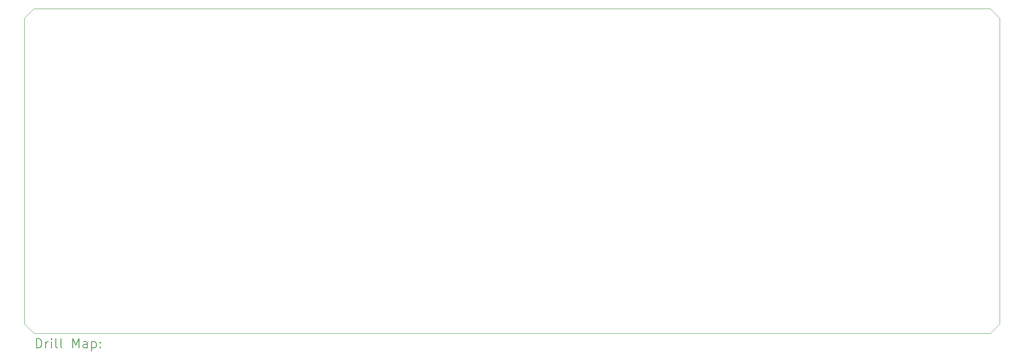
<source format=gbr>
%TF.GenerationSoftware,KiCad,Pcbnew,9.0.6-9.0.6~ubuntu24.04.1*%
%TF.CreationDate,2025-11-14T05:25:19+09:00*%
%TF.ProjectId,NCO_board,4e434f5f-626f-4617-9264-2e6b69636164,rev?*%
%TF.SameCoordinates,Original*%
%TF.FileFunction,Drillmap*%
%TF.FilePolarity,Positive*%
%FSLAX45Y45*%
G04 Gerber Fmt 4.5, Leading zero omitted, Abs format (unit mm)*
G04 Created by KiCad (PCBNEW 9.0.6-9.0.6~ubuntu24.04.1) date 2025-11-14 05:25:19*
%MOMM*%
%LPD*%
G01*
G04 APERTURE LIST*
%ADD10C,0.050000*%
%ADD11C,0.200000*%
G04 APERTURE END LIST*
D10*
X20800000Y-7000000D02*
X21000000Y-6800000D01*
X0Y-6800000D02*
X200000Y-7000000D01*
X20800000Y0D02*
X21000000Y-200000D01*
X200000Y0D02*
X0Y-200000D01*
X21000000Y-200000D02*
X21000000Y-6800000D01*
X200000Y-7000000D02*
X20800000Y-7000000D01*
X0Y-200000D02*
X0Y-6800000D01*
X200000Y0D02*
X20800000Y0D01*
D11*
X258277Y-7313984D02*
X258277Y-7113984D01*
X258277Y-7113984D02*
X305896Y-7113984D01*
X305896Y-7113984D02*
X334467Y-7123508D01*
X334467Y-7123508D02*
X353515Y-7142555D01*
X353515Y-7142555D02*
X363039Y-7161603D01*
X363039Y-7161603D02*
X372562Y-7199698D01*
X372562Y-7199698D02*
X372562Y-7228269D01*
X372562Y-7228269D02*
X363039Y-7266365D01*
X363039Y-7266365D02*
X353515Y-7285412D01*
X353515Y-7285412D02*
X334467Y-7304460D01*
X334467Y-7304460D02*
X305896Y-7313984D01*
X305896Y-7313984D02*
X258277Y-7313984D01*
X458277Y-7313984D02*
X458277Y-7180650D01*
X458277Y-7218746D02*
X467801Y-7199698D01*
X467801Y-7199698D02*
X477324Y-7190174D01*
X477324Y-7190174D02*
X496372Y-7180650D01*
X496372Y-7180650D02*
X515420Y-7180650D01*
X582086Y-7313984D02*
X582086Y-7180650D01*
X582086Y-7113984D02*
X572563Y-7123508D01*
X572563Y-7123508D02*
X582086Y-7133031D01*
X582086Y-7133031D02*
X591610Y-7123508D01*
X591610Y-7123508D02*
X582086Y-7113984D01*
X582086Y-7113984D02*
X582086Y-7133031D01*
X705896Y-7313984D02*
X686848Y-7304460D01*
X686848Y-7304460D02*
X677324Y-7285412D01*
X677324Y-7285412D02*
X677324Y-7113984D01*
X810658Y-7313984D02*
X791610Y-7304460D01*
X791610Y-7304460D02*
X782086Y-7285412D01*
X782086Y-7285412D02*
X782086Y-7113984D01*
X1039229Y-7313984D02*
X1039229Y-7113984D01*
X1039229Y-7113984D02*
X1105896Y-7256841D01*
X1105896Y-7256841D02*
X1172563Y-7113984D01*
X1172563Y-7113984D02*
X1172563Y-7313984D01*
X1353515Y-7313984D02*
X1353515Y-7209222D01*
X1353515Y-7209222D02*
X1343991Y-7190174D01*
X1343991Y-7190174D02*
X1324944Y-7180650D01*
X1324944Y-7180650D02*
X1286848Y-7180650D01*
X1286848Y-7180650D02*
X1267801Y-7190174D01*
X1353515Y-7304460D02*
X1334467Y-7313984D01*
X1334467Y-7313984D02*
X1286848Y-7313984D01*
X1286848Y-7313984D02*
X1267801Y-7304460D01*
X1267801Y-7304460D02*
X1258277Y-7285412D01*
X1258277Y-7285412D02*
X1258277Y-7266365D01*
X1258277Y-7266365D02*
X1267801Y-7247317D01*
X1267801Y-7247317D02*
X1286848Y-7237793D01*
X1286848Y-7237793D02*
X1334467Y-7237793D01*
X1334467Y-7237793D02*
X1353515Y-7228269D01*
X1448753Y-7180650D02*
X1448753Y-7380650D01*
X1448753Y-7190174D02*
X1467801Y-7180650D01*
X1467801Y-7180650D02*
X1505896Y-7180650D01*
X1505896Y-7180650D02*
X1524943Y-7190174D01*
X1524943Y-7190174D02*
X1534467Y-7199698D01*
X1534467Y-7199698D02*
X1543991Y-7218746D01*
X1543991Y-7218746D02*
X1543991Y-7275888D01*
X1543991Y-7275888D02*
X1534467Y-7294936D01*
X1534467Y-7294936D02*
X1524943Y-7304460D01*
X1524943Y-7304460D02*
X1505896Y-7313984D01*
X1505896Y-7313984D02*
X1467801Y-7313984D01*
X1467801Y-7313984D02*
X1448753Y-7304460D01*
X1629705Y-7294936D02*
X1639229Y-7304460D01*
X1639229Y-7304460D02*
X1629705Y-7313984D01*
X1629705Y-7313984D02*
X1620182Y-7304460D01*
X1620182Y-7304460D02*
X1629705Y-7294936D01*
X1629705Y-7294936D02*
X1629705Y-7313984D01*
X1629705Y-7190174D02*
X1639229Y-7199698D01*
X1639229Y-7199698D02*
X1629705Y-7209222D01*
X1629705Y-7209222D02*
X1620182Y-7199698D01*
X1620182Y-7199698D02*
X1629705Y-7190174D01*
X1629705Y-7190174D02*
X1629705Y-7209222D01*
M02*

</source>
